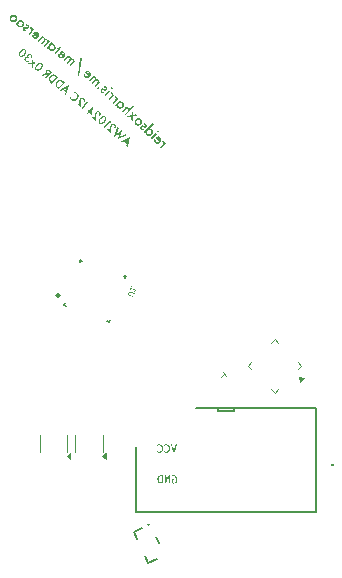
<source format=gbo>
%TF.GenerationSoftware,KiCad,Pcbnew,9.0.6-rc1-2-g790dee114b*%
%TF.CreationDate,2025-10-17T23:20:01-04:00*%
%TF.ProjectId,MetamerBoard,4d657461-6d65-4724-926f-6172642e6b69,rev?*%
%TF.SameCoordinates,Original*%
%TF.FileFunction,Legend,Bot*%
%TF.FilePolarity,Positive*%
%FSLAX45Y45*%
G04 Gerber Fmt 4.5, Leading zero omitted, Abs format (unit mm)*
G04 Created by KiCad (PCBNEW 9.0.6-rc1-2-g790dee114b) date 2025-10-17 23:20:01*
%MOMM*%
%LPD*%
G01*
G04 APERTURE LIST*
%ADD10C,0.250000*%
%ADD11C,0.200000*%
%ADD12C,0.150000*%
%ADD13C,0.190500*%
%ADD14C,0.254000*%
%ADD15C,0.100000*%
%ADD16C,0.120000*%
G04 APERTURE END LIST*
D10*
G36*
X13864686Y-8428711D02*
G01*
X13885359Y-8278914D01*
X13873380Y-8276203D01*
X13852703Y-8426004D01*
X13864686Y-8428711D01*
G37*
G36*
X13796290Y-8346099D02*
G01*
X13831802Y-8298972D01*
X13820879Y-8290741D01*
X13817594Y-8295100D01*
X13816974Y-8290727D01*
X13815543Y-8286944D01*
X13813306Y-8283634D01*
X13810184Y-8280724D01*
X13805942Y-8278238D01*
X13801722Y-8277084D01*
X13797380Y-8277146D01*
X13792751Y-8278483D01*
X13792367Y-8273432D01*
X13790829Y-8268923D01*
X13788104Y-8264810D01*
X13784017Y-8261006D01*
X13779239Y-8258178D01*
X13774590Y-8256858D01*
X13769912Y-8256883D01*
X13765026Y-8258286D01*
X13761464Y-8260328D01*
X13757682Y-8263572D01*
X13753624Y-8268303D01*
X13731685Y-8297416D01*
X13742609Y-8305648D01*
X13762184Y-8279670D01*
X13766769Y-8274243D01*
X13769525Y-8272029D01*
X13772660Y-8270777D01*
X13775700Y-8270951D01*
X13778921Y-8272618D01*
X13781146Y-8274898D01*
X13782427Y-8277635D01*
X13782805Y-8280988D01*
X13782240Y-8283942D01*
X13780429Y-8287940D01*
X13776837Y-8293342D01*
X13758526Y-8317642D01*
X13769449Y-8325873D01*
X13789025Y-8299896D01*
X13793609Y-8294469D01*
X13796366Y-8292254D01*
X13799501Y-8291003D01*
X13802540Y-8291176D01*
X13805761Y-8292844D01*
X13807984Y-8295122D01*
X13809265Y-8297858D01*
X13809645Y-8301214D01*
X13809080Y-8304168D01*
X13807270Y-8308166D01*
X13803677Y-8313568D01*
X13785366Y-8337868D01*
X13796290Y-8346099D01*
G37*
G36*
X13723966Y-8218215D02*
G01*
X13728790Y-8220022D01*
X13733574Y-8222995D01*
X13737842Y-8226859D01*
X13741030Y-8231146D01*
X13743244Y-8235915D01*
X13744514Y-8241269D01*
X13744692Y-8247814D01*
X13743595Y-8254095D01*
X13741196Y-8260233D01*
X13737375Y-8266327D01*
X13732795Y-8271441D01*
X13727889Y-8275193D01*
X13722600Y-8277742D01*
X13716829Y-8279164D01*
X13711664Y-8279369D01*
X13706602Y-8278498D01*
X13701539Y-8276507D01*
X13696389Y-8273265D01*
X13691228Y-8268693D01*
X13687584Y-8264031D01*
X13685229Y-8259228D01*
X13683966Y-8254735D01*
X13683475Y-8249893D01*
X13683799Y-8244618D01*
X13696851Y-8246372D01*
X13696687Y-8250776D01*
X13697327Y-8254812D01*
X13698539Y-8257762D01*
X13700413Y-8260416D01*
X13703030Y-8262817D01*
X13706764Y-8265052D01*
X13710281Y-8266090D01*
X13713711Y-8266095D01*
X13717663Y-8265002D01*
X13721382Y-8262872D01*
X13724947Y-8259554D01*
X13691187Y-8234114D01*
X13691658Y-8233489D01*
X13709189Y-8233489D01*
X13730987Y-8249915D01*
X13732280Y-8245450D01*
X13732178Y-8241355D01*
X13731258Y-8238054D01*
X13729481Y-8235139D01*
X13726743Y-8232527D01*
X13723630Y-8230673D01*
X13720526Y-8229740D01*
X13717339Y-8229645D01*
X13713079Y-8230803D01*
X13709189Y-8233489D01*
X13691658Y-8233489D01*
X13692201Y-8232768D01*
X13697636Y-8226543D01*
X13703010Y-8222153D01*
X13708379Y-8219299D01*
X13713836Y-8217785D01*
X13719017Y-8217473D01*
X13723966Y-8218215D01*
G37*
G36*
X13672051Y-8194249D02*
G01*
X13680477Y-8200599D01*
X13652491Y-8237739D01*
X13663414Y-8245970D01*
X13691401Y-8208830D01*
X13696082Y-8212358D01*
X13703608Y-8202371D01*
X13698927Y-8198843D01*
X13711862Y-8181678D01*
X13700938Y-8173446D01*
X13688003Y-8190612D01*
X13679577Y-8184262D01*
X13672051Y-8194249D01*
G37*
G36*
X13638268Y-8153133D02*
G01*
X13634078Y-8158693D01*
X13639094Y-8157875D01*
X13643840Y-8158230D01*
X13648451Y-8159740D01*
X13653041Y-8162515D01*
X13657375Y-8166460D01*
X13660619Y-8170887D01*
X13662873Y-8175866D01*
X13664156Y-8181511D01*
X13664310Y-8187227D01*
X13663270Y-8192886D01*
X13660971Y-8198601D01*
X13657255Y-8204469D01*
X13653038Y-8209227D01*
X13648417Y-8212926D01*
X13643345Y-8215666D01*
X13637747Y-8217492D01*
X13631968Y-8218195D01*
X13626444Y-8217606D01*
X13621036Y-8215719D01*
X13615624Y-8212404D01*
X13611780Y-8208858D01*
X13609021Y-8204898D01*
X13607241Y-8200451D01*
X13606422Y-8195393D01*
X13602755Y-8200260D01*
X13591788Y-8191996D01*
X13592959Y-8190441D01*
X13615131Y-8190441D01*
X13616248Y-8194703D01*
X13618372Y-8198329D01*
X13621587Y-8201446D01*
X13625615Y-8203705D01*
X13629785Y-8204596D01*
X13634279Y-8204175D01*
X13638587Y-8202593D01*
X13642435Y-8199998D01*
X13645904Y-8196267D01*
X13648588Y-8191828D01*
X13650045Y-8187378D01*
X13650382Y-8182806D01*
X13649550Y-8178367D01*
X13647545Y-8174602D01*
X13644264Y-8171353D01*
X13640381Y-8169129D01*
X13636298Y-8168104D01*
X13631866Y-8168234D01*
X13627640Y-8169551D01*
X13623567Y-8172238D01*
X13619549Y-8176583D01*
X13616594Y-8181484D01*
X13615197Y-8186048D01*
X13615131Y-8190441D01*
X13592959Y-8190441D01*
X13627300Y-8144869D01*
X13638268Y-8153133D01*
G37*
G36*
X13577821Y-8181471D02*
G01*
X13613334Y-8134344D01*
X13602410Y-8126113D01*
X13599125Y-8130473D01*
X13598506Y-8126099D01*
X13597075Y-8122316D01*
X13594838Y-8119006D01*
X13591716Y-8116097D01*
X13587473Y-8113610D01*
X13583253Y-8112456D01*
X13578912Y-8112518D01*
X13574283Y-8113855D01*
X13573899Y-8108804D01*
X13572361Y-8104295D01*
X13569636Y-8100182D01*
X13565548Y-8096378D01*
X13560771Y-8093551D01*
X13556122Y-8092231D01*
X13551444Y-8092255D01*
X13546557Y-8093658D01*
X13542996Y-8095701D01*
X13539214Y-8098944D01*
X13535155Y-8103676D01*
X13513217Y-8132788D01*
X13524141Y-8141020D01*
X13543716Y-8115043D01*
X13548300Y-8109616D01*
X13551057Y-8107401D01*
X13554192Y-8106149D01*
X13557232Y-8106323D01*
X13560453Y-8107990D01*
X13562678Y-8110271D01*
X13563958Y-8113008D01*
X13564337Y-8116361D01*
X13563771Y-8119315D01*
X13561961Y-8123312D01*
X13558369Y-8128714D01*
X13540058Y-8153014D01*
X13550981Y-8161246D01*
X13570556Y-8135268D01*
X13575141Y-8129841D01*
X13577897Y-8127627D01*
X13581033Y-8126375D01*
X13584072Y-8126549D01*
X13587293Y-8128216D01*
X13589515Y-8130494D01*
X13590796Y-8133231D01*
X13591177Y-8136586D01*
X13590612Y-8139540D01*
X13588801Y-8143538D01*
X13585209Y-8148940D01*
X13566898Y-8173240D01*
X13577821Y-8181471D01*
G37*
G36*
X13505498Y-8053587D02*
G01*
X13510321Y-8055395D01*
X13515106Y-8058367D01*
X13519373Y-8062231D01*
X13522561Y-8066518D01*
X13524775Y-8071287D01*
X13526045Y-8076642D01*
X13526224Y-8083186D01*
X13525127Y-8089468D01*
X13522728Y-8095606D01*
X13518907Y-8101699D01*
X13514327Y-8106814D01*
X13509420Y-8110565D01*
X13504132Y-8113115D01*
X13498361Y-8114537D01*
X13493196Y-8114741D01*
X13488133Y-8113870D01*
X13483071Y-8111880D01*
X13477920Y-8108637D01*
X13472760Y-8104065D01*
X13469116Y-8099404D01*
X13466761Y-8094600D01*
X13465497Y-8090107D01*
X13465007Y-8085265D01*
X13465331Y-8079990D01*
X13478383Y-8081744D01*
X13478218Y-8086148D01*
X13478858Y-8090184D01*
X13480070Y-8093135D01*
X13481945Y-8095788D01*
X13484562Y-8098190D01*
X13488295Y-8100424D01*
X13491813Y-8101463D01*
X13495242Y-8101467D01*
X13499195Y-8100375D01*
X13502914Y-8098244D01*
X13506479Y-8094926D01*
X13472719Y-8069486D01*
X13473190Y-8068862D01*
X13490721Y-8068862D01*
X13512519Y-8085288D01*
X13513811Y-8080823D01*
X13513710Y-8076727D01*
X13512789Y-8073426D01*
X13511013Y-8070511D01*
X13508274Y-8067899D01*
X13505162Y-8066045D01*
X13502057Y-8065112D01*
X13498870Y-8065017D01*
X13494611Y-8066176D01*
X13490721Y-8068862D01*
X13473190Y-8068862D01*
X13473733Y-8068140D01*
X13479168Y-8061916D01*
X13484542Y-8057526D01*
X13489911Y-8054672D01*
X13495368Y-8053157D01*
X13500549Y-8052845D01*
X13505498Y-8053587D01*
G37*
G36*
X13445570Y-8081813D02*
G01*
X13481083Y-8034686D01*
X13470159Y-8026455D01*
X13466929Y-8030741D01*
X13466385Y-8026787D01*
X13465317Y-8023333D01*
X13463285Y-8019979D01*
X13459806Y-8016695D01*
X13454769Y-8013805D01*
X13449489Y-8012469D01*
X13446405Y-8025864D01*
X13450132Y-8026686D01*
X13453263Y-8028402D01*
X13455828Y-8030820D01*
X13457404Y-8033366D01*
X13458144Y-8036109D01*
X13457918Y-8039644D01*
X13456357Y-8043922D01*
X13453002Y-8049223D01*
X13434647Y-8073581D01*
X13445570Y-8081813D01*
G37*
G36*
X13411977Y-7993682D02*
G01*
X13416072Y-8005232D01*
X13419697Y-8004368D01*
X13422874Y-8004724D01*
X13425816Y-8006251D01*
X13427518Y-8008041D01*
X13428245Y-8010008D01*
X13428155Y-8011700D01*
X13427392Y-8013242D01*
X13425884Y-8014450D01*
X13423798Y-8014754D01*
X13422827Y-8014642D01*
X13421135Y-8014330D01*
X13418669Y-8013879D01*
X13410972Y-8012467D01*
X13404852Y-8011705D01*
X13401074Y-8011874D01*
X13397274Y-8012929D01*
X13393954Y-8014938D01*
X13391018Y-8018005D01*
X13388453Y-8022384D01*
X13387148Y-8026964D01*
X13387043Y-8031883D01*
X13387906Y-8036089D01*
X13389672Y-8039981D01*
X13392411Y-8043639D01*
X13396273Y-8047111D01*
X13400624Y-8049814D01*
X13404742Y-8051303D01*
X13408731Y-8051743D01*
X13413026Y-8051323D01*
X13417188Y-8049977D01*
X13421299Y-8047635D01*
X13415559Y-8036635D01*
X13412055Y-8038574D01*
X13409612Y-8039180D01*
X13406566Y-8038963D01*
X13403446Y-8037348D01*
X13401109Y-8034926D01*
X13400153Y-8032404D01*
X13400272Y-8029796D01*
X13401380Y-8027518D01*
X13403161Y-8025899D01*
X13405534Y-8025029D01*
X13408437Y-8024975D01*
X13412429Y-8025660D01*
X13417898Y-8026784D01*
X13423911Y-8027682D01*
X13427422Y-8027639D01*
X13431061Y-8026708D01*
X13434146Y-8024919D01*
X13436787Y-8022202D01*
X13439207Y-8018062D01*
X13440414Y-8013759D01*
X13440469Y-8009158D01*
X13439223Y-8004381D01*
X13436584Y-8000033D01*
X13432331Y-7995992D01*
X13428832Y-7993807D01*
X13425323Y-7992465D01*
X13421744Y-7991890D01*
X13416855Y-7992136D01*
X13411977Y-7993682D01*
G37*
G36*
X13371736Y-7952288D02*
G01*
X13367547Y-7957847D01*
X13372563Y-7957030D01*
X13377309Y-7957384D01*
X13381920Y-7958894D01*
X13386510Y-7961669D01*
X13390843Y-7965614D01*
X13394087Y-7970042D01*
X13396342Y-7975020D01*
X13397625Y-7980665D01*
X13397779Y-7986381D01*
X13396739Y-7992040D01*
X13394440Y-7997755D01*
X13390723Y-8003623D01*
X13386507Y-8008382D01*
X13381885Y-8012080D01*
X13376814Y-8014820D01*
X13371215Y-8016646D01*
X13365436Y-8017349D01*
X13359913Y-8016760D01*
X13354504Y-8014874D01*
X13349092Y-8011558D01*
X13345248Y-8008012D01*
X13342490Y-8004052D01*
X13340709Y-7999605D01*
X13339891Y-7994548D01*
X13336224Y-7999414D01*
X13325256Y-7991150D01*
X13326427Y-7989596D01*
X13348600Y-7989596D01*
X13349717Y-7993857D01*
X13351840Y-7997483D01*
X13355056Y-8000600D01*
X13359084Y-8002859D01*
X13363254Y-8003751D01*
X13367748Y-8003329D01*
X13372055Y-8001747D01*
X13375904Y-7999152D01*
X13379372Y-7995421D01*
X13382056Y-7990982D01*
X13383513Y-7986532D01*
X13383850Y-7981960D01*
X13383019Y-7977521D01*
X13381014Y-7973757D01*
X13377733Y-7970507D01*
X13373850Y-7968283D01*
X13369767Y-7967258D01*
X13365334Y-7967388D01*
X13361109Y-7968706D01*
X13357036Y-7971392D01*
X13353018Y-7975738D01*
X13350062Y-7980638D01*
X13348666Y-7985202D01*
X13348600Y-7989596D01*
X13326427Y-7989596D01*
X13360769Y-7944023D01*
X13371736Y-7952288D01*
G37*
G36*
X13313762Y-7909637D02*
G01*
X13319426Y-7911834D01*
X13325017Y-7915331D01*
X13329920Y-7919742D01*
X13333592Y-7924581D01*
X13336160Y-7929908D01*
X13337669Y-7935829D01*
X13338004Y-7941911D01*
X13337104Y-7947741D01*
X13334949Y-7953440D01*
X13331418Y-7959109D01*
X13326993Y-7964005D01*
X13322127Y-7967635D01*
X13316754Y-7970130D01*
X13310762Y-7971535D01*
X13304608Y-7971764D01*
X13298752Y-7970797D01*
X13293076Y-7968622D01*
X13287487Y-7965135D01*
X13282595Y-7960723D01*
X13278939Y-7955867D01*
X13276395Y-7950504D01*
X13274920Y-7944525D01*
X13274872Y-7943551D01*
X13287841Y-7943551D01*
X13288916Y-7947868D01*
X13291214Y-7951739D01*
X13294914Y-7955280D01*
X13299337Y-7957860D01*
X13303693Y-7959004D01*
X13308142Y-7958849D01*
X13312403Y-7957470D01*
X13316377Y-7954857D01*
X13320152Y-7950795D01*
X13323284Y-7945583D01*
X13324668Y-7940863D01*
X13324594Y-7936428D01*
X13323283Y-7932131D01*
X13320980Y-7928419D01*
X13317590Y-7925187D01*
X13313549Y-7922820D01*
X13309346Y-7921629D01*
X13304854Y-7921553D01*
X13300570Y-7922705D01*
X13296415Y-7925335D01*
X13292268Y-7929783D01*
X13289405Y-7934532D01*
X13287990Y-7939073D01*
X13287841Y-7943551D01*
X13274872Y-7943551D01*
X13274618Y-7938379D01*
X13275536Y-7932526D01*
X13277684Y-7926848D01*
X13281170Y-7921245D01*
X13285647Y-7916288D01*
X13290531Y-7912646D01*
X13295887Y-7910173D01*
X13301826Y-7908820D01*
X13307933Y-7908638D01*
X13313762Y-7909637D01*
G37*
D11*
G36*
X14272787Y-9027762D02*
G01*
X14263349Y-9019844D01*
X14268740Y-9000697D01*
X14244290Y-8980181D01*
X14226629Y-8989031D01*
X14217191Y-8981113D01*
X14229799Y-8974990D01*
X14254640Y-8974990D01*
X14271969Y-8989531D01*
X14279431Y-8962696D01*
X14254640Y-8974990D01*
X14229799Y-8974990D01*
X14295166Y-8943244D01*
X14272787Y-9027762D01*
G37*
G36*
X14267588Y-8925862D02*
G01*
X14258151Y-8917943D01*
X14210896Y-8943596D01*
X14229917Y-8889565D01*
X14180522Y-8918109D01*
X14197063Y-8866684D01*
X14187625Y-8858765D01*
X14162004Y-8941226D01*
X14211034Y-8913109D01*
X14192034Y-8966424D01*
X14267588Y-8925862D01*
G37*
G36*
X14104777Y-8872910D02*
G01*
X14097945Y-8881053D01*
X14136326Y-8913259D01*
X14136731Y-8872590D01*
X14136957Y-8863901D01*
X14137378Y-8857905D01*
X14138216Y-8853347D01*
X14139547Y-8849825D01*
X14141300Y-8847135D01*
X14143666Y-8844897D01*
X14146315Y-8843429D01*
X14149321Y-8842668D01*
X14152385Y-8842739D01*
X14155466Y-8843767D01*
X14158678Y-8845903D01*
X14161298Y-8848703D01*
X14162832Y-8851700D01*
X14163409Y-8854993D01*
X14163095Y-8858362D01*
X14161948Y-8861540D01*
X14159896Y-8864613D01*
X14168390Y-8871741D01*
X14171049Y-8867658D01*
X14172835Y-8863581D01*
X14173829Y-8859458D01*
X14174064Y-8855229D01*
X14173420Y-8850586D01*
X14171803Y-8846300D01*
X14169163Y-8842275D01*
X14165360Y-8838450D01*
X14160779Y-8835201D01*
X14156344Y-8833159D01*
X14151974Y-8832166D01*
X14147576Y-8832149D01*
X14143181Y-8833021D01*
X14139251Y-8834639D01*
X14135702Y-8837016D01*
X14132481Y-8840220D01*
X14129696Y-8844406D01*
X14127691Y-8849493D01*
X14126524Y-8855671D01*
X14126141Y-8861718D01*
X14126038Y-8872780D01*
X14126103Y-8890804D01*
X14104777Y-8872910D01*
G37*
G36*
X14080922Y-8866564D02*
G01*
X14122218Y-8817349D01*
X14132172Y-8825702D01*
X14134199Y-8813527D01*
X14120189Y-8801772D01*
X14072060Y-8859129D01*
X14080922Y-8866564D01*
G37*
G36*
X14076424Y-8766401D02*
G01*
X14080689Y-8768055D01*
X14084633Y-8770712D01*
X14087932Y-8774133D01*
X14090301Y-8778045D01*
X14091796Y-8782541D01*
X14092390Y-8787762D01*
X14092039Y-8793250D01*
X14090730Y-8798877D01*
X14088381Y-8804718D01*
X14084866Y-8810840D01*
X14080014Y-8817308D01*
X14074520Y-8823172D01*
X14069123Y-8827673D01*
X14063793Y-8830986D01*
X14058483Y-8833246D01*
X14053135Y-8834544D01*
X14047890Y-8834866D01*
X14043202Y-8834174D01*
X14038939Y-8832521D01*
X14034997Y-8829866D01*
X14031696Y-8826443D01*
X14029326Y-8822530D01*
X14027830Y-8818033D01*
X14027442Y-8814619D01*
X14037601Y-8814619D01*
X14038227Y-8817607D01*
X14039494Y-8820099D01*
X14041424Y-8822199D01*
X14043827Y-8823735D01*
X14046501Y-8824550D01*
X14049552Y-8824648D01*
X14053111Y-8823933D01*
X14057266Y-8822239D01*
X14061674Y-8819496D01*
X14066402Y-8815506D01*
X14071505Y-8810022D01*
X14076063Y-8803985D01*
X14079161Y-8798639D01*
X14081052Y-8793875D01*
X14081936Y-8789581D01*
X14082022Y-8785952D01*
X14081395Y-8782965D01*
X14080128Y-8780472D01*
X14078199Y-8778372D01*
X14075796Y-8776837D01*
X14073121Y-8776022D01*
X14070070Y-8775924D01*
X14066511Y-8776638D01*
X14062436Y-8778255D01*
X14058073Y-8780944D01*
X14053346Y-8784923D01*
X14048193Y-8790460D01*
X14043678Y-8796438D01*
X14040570Y-8801787D01*
X14038634Y-8806605D01*
X14037687Y-8810990D01*
X14037601Y-8814619D01*
X14027442Y-8814619D01*
X14027236Y-8812813D01*
X14027585Y-8807319D01*
X14028888Y-8801696D01*
X14031224Y-8795871D01*
X14034719Y-8789774D01*
X14039540Y-8783346D01*
X14045066Y-8777445D01*
X14050486Y-8772920D01*
X14055830Y-8769594D01*
X14061146Y-8767328D01*
X14066492Y-8766030D01*
X14071736Y-8765709D01*
X14076424Y-8766401D01*
G37*
G36*
X13976950Y-8765650D02*
G01*
X13970117Y-8773793D01*
X14008499Y-8805999D01*
X14008904Y-8765330D01*
X14009130Y-8756641D01*
X14009551Y-8750645D01*
X14010389Y-8746087D01*
X14011720Y-8742566D01*
X14013473Y-8739876D01*
X14015839Y-8737637D01*
X14018487Y-8736169D01*
X14021494Y-8735408D01*
X14024558Y-8735479D01*
X14027638Y-8736507D01*
X14030851Y-8738643D01*
X14033470Y-8741444D01*
X14035004Y-8744440D01*
X14035582Y-8747733D01*
X14035268Y-8751102D01*
X14034121Y-8754281D01*
X14032068Y-8757354D01*
X14040563Y-8764481D01*
X14043221Y-8760398D01*
X14045008Y-8756321D01*
X14046002Y-8752198D01*
X14046236Y-8747969D01*
X14045593Y-8743326D01*
X14043976Y-8739040D01*
X14041336Y-8735015D01*
X14037532Y-8731190D01*
X14032952Y-8727941D01*
X14028517Y-8725899D01*
X14024147Y-8724906D01*
X14019748Y-8724889D01*
X14015354Y-8725761D01*
X14011424Y-8727379D01*
X14007875Y-8729756D01*
X14004654Y-8732960D01*
X14001869Y-8737146D01*
X13999864Y-8742233D01*
X13998697Y-8748412D01*
X13998314Y-8754458D01*
X13998210Y-8765520D01*
X13998275Y-8783544D01*
X13976950Y-8765650D01*
G37*
G36*
X13976039Y-8760397D02*
G01*
X13947727Y-8736640D01*
X13938684Y-8747417D01*
X13930302Y-8740384D01*
X13939345Y-8729607D01*
X13938309Y-8728737D01*
X13954359Y-8728737D01*
X13967400Y-8739680D01*
X13969917Y-8710195D01*
X13954359Y-8728737D01*
X13938309Y-8728737D01*
X13933118Y-8724382D01*
X13939951Y-8716239D01*
X13946178Y-8721464D01*
X13981938Y-8678846D01*
X13976039Y-8760397D01*
G37*
G36*
X13941090Y-8651897D02*
G01*
X13932229Y-8644462D01*
X13884200Y-8701700D01*
X13893062Y-8709135D01*
X13941090Y-8651897D01*
G37*
G36*
X13843075Y-8653316D02*
G01*
X13836243Y-8661459D01*
X13874625Y-8693665D01*
X13875030Y-8652996D01*
X13875255Y-8644307D01*
X13875676Y-8638311D01*
X13876514Y-8633753D01*
X13877846Y-8630232D01*
X13879599Y-8627542D01*
X13881964Y-8625303D01*
X13884613Y-8623835D01*
X13887620Y-8623074D01*
X13890684Y-8623145D01*
X13893764Y-8624173D01*
X13896976Y-8626309D01*
X13899596Y-8629110D01*
X13901130Y-8632106D01*
X13901707Y-8635399D01*
X13901394Y-8638768D01*
X13900246Y-8641947D01*
X13898194Y-8645020D01*
X13906688Y-8652147D01*
X13909347Y-8648064D01*
X13911134Y-8643987D01*
X13912127Y-8639864D01*
X13912362Y-8635635D01*
X13911718Y-8630992D01*
X13910102Y-8626706D01*
X13907461Y-8622681D01*
X13903658Y-8618856D01*
X13899078Y-8615608D01*
X13894642Y-8613565D01*
X13890273Y-8612572D01*
X13885874Y-8612555D01*
X13881480Y-8613427D01*
X13877549Y-8615045D01*
X13874000Y-8617422D01*
X13870780Y-8620626D01*
X13867994Y-8624812D01*
X13865990Y-8629899D01*
X13864822Y-8636078D01*
X13864439Y-8642124D01*
X13864336Y-8653186D01*
X13864401Y-8671211D01*
X13843075Y-8653316D01*
G37*
G36*
X13825007Y-8559945D02*
G01*
X13816354Y-8570258D01*
X13822442Y-8570531D01*
X13827861Y-8571751D01*
X13832733Y-8573876D01*
X13837151Y-8576926D01*
X13841337Y-8581127D01*
X13844305Y-8585598D01*
X13846191Y-8590403D01*
X13847041Y-8595644D01*
X13846835Y-8600957D01*
X13845589Y-8606077D01*
X13843257Y-8611099D01*
X13839718Y-8616097D01*
X13835569Y-8620257D01*
X13831110Y-8623301D01*
X13826284Y-8625340D01*
X13821000Y-8626413D01*
X13815617Y-8626446D01*
X13810540Y-8625407D01*
X13805660Y-8623280D01*
X13800893Y-8619962D01*
X13797147Y-8616136D01*
X13794266Y-8611682D01*
X13792213Y-8606500D01*
X13791017Y-8600452D01*
X13782292Y-8610851D01*
X13784394Y-8615850D01*
X13787091Y-8620407D01*
X13790401Y-8624567D01*
X13794364Y-8628359D01*
X13799354Y-8631987D01*
X13804484Y-8634660D01*
X13809801Y-8636448D01*
X13815365Y-8637385D01*
X13821245Y-8637460D01*
X13827617Y-8636613D01*
X13833456Y-8634820D01*
X13838854Y-8632084D01*
X13843880Y-8628355D01*
X13848580Y-8623532D01*
X13852758Y-8617760D01*
X13855727Y-8611932D01*
X13857595Y-8605987D01*
X13858417Y-8599850D01*
X13858189Y-8593431D01*
X13857125Y-8588044D01*
X13855209Y-8582921D01*
X13852404Y-8578001D01*
X13848631Y-8573239D01*
X13843774Y-8568607D01*
X13839142Y-8565192D01*
X13834495Y-8562657D01*
X13829799Y-8560923D01*
X13825007Y-8559945D01*
G37*
G36*
X13755430Y-8593649D02*
G01*
X13745993Y-8585730D01*
X13751384Y-8566583D01*
X13726934Y-8546067D01*
X13709272Y-8554918D01*
X13699835Y-8546999D01*
X13712443Y-8540876D01*
X13737284Y-8540876D01*
X13754613Y-8555417D01*
X13762074Y-8528583D01*
X13737284Y-8540876D01*
X13712443Y-8540876D01*
X13777810Y-8509131D01*
X13755430Y-8593649D01*
G37*
G36*
X13707249Y-8461851D02*
G01*
X13711617Y-8463022D01*
X13715734Y-8464778D01*
X13721735Y-8468366D01*
X13728558Y-8473562D01*
X13740578Y-8483648D01*
X13692549Y-8540886D01*
X13680702Y-8530945D01*
X13674494Y-8525221D01*
X13670127Y-8520171D01*
X13667811Y-8516598D01*
X13665883Y-8512519D01*
X13664356Y-8507868D01*
X13663255Y-8501996D01*
X13663220Y-8500535D01*
X13674449Y-8500535D01*
X13675095Y-8505451D01*
X13676436Y-8509431D01*
X13678718Y-8513506D01*
X13682095Y-8517735D01*
X13686771Y-8522161D01*
X13690521Y-8525308D01*
X13724884Y-8484355D01*
X13721135Y-8481209D01*
X13715967Y-8477364D01*
X13711212Y-8474739D01*
X13706795Y-8473148D01*
X13702637Y-8472453D01*
X13699115Y-8472520D01*
X13695399Y-8473231D01*
X13691429Y-8474654D01*
X13687719Y-8476646D01*
X13684280Y-8479265D01*
X13681085Y-8482566D01*
X13677964Y-8486954D01*
X13675876Y-8491369D01*
X13674717Y-8495870D01*
X13674449Y-8500535D01*
X13663220Y-8500535D01*
X13663123Y-8496391D01*
X13663920Y-8490973D01*
X13665654Y-8485665D01*
X13668386Y-8480402D01*
X13672223Y-8475131D01*
X13676477Y-8470728D01*
X13681095Y-8467180D01*
X13686113Y-8464422D01*
X13691486Y-8462466D01*
X13696954Y-8461421D01*
X13702584Y-8461269D01*
X13707249Y-8461851D01*
G37*
G36*
X13652047Y-8415531D02*
G01*
X13656415Y-8416702D01*
X13660532Y-8418458D01*
X13666532Y-8422046D01*
X13673356Y-8427242D01*
X13685375Y-8437327D01*
X13637347Y-8494565D01*
X13625500Y-8484624D01*
X13619292Y-8478901D01*
X13614925Y-8473851D01*
X13612609Y-8470278D01*
X13610680Y-8466199D01*
X13609154Y-8461548D01*
X13608052Y-8455676D01*
X13608018Y-8454214D01*
X13619247Y-8454214D01*
X13619892Y-8459131D01*
X13621233Y-8463110D01*
X13623516Y-8467185D01*
X13626893Y-8471415D01*
X13631569Y-8475841D01*
X13635318Y-8478987D01*
X13669682Y-8438035D01*
X13665932Y-8434889D01*
X13660765Y-8431044D01*
X13656010Y-8428419D01*
X13651593Y-8426828D01*
X13647434Y-8426133D01*
X13643913Y-8426200D01*
X13640197Y-8426911D01*
X13636226Y-8428334D01*
X13632517Y-8430326D01*
X13629077Y-8432945D01*
X13625882Y-8436246D01*
X13622762Y-8440634D01*
X13620673Y-8445048D01*
X13619515Y-8449549D01*
X13619247Y-8454214D01*
X13608018Y-8454214D01*
X13607921Y-8450071D01*
X13608718Y-8444653D01*
X13610452Y-8439345D01*
X13613184Y-8434081D01*
X13617021Y-8428811D01*
X13621275Y-8424408D01*
X13625892Y-8420860D01*
X13630911Y-8418102D01*
X13636284Y-8416146D01*
X13641752Y-8415101D01*
X13647382Y-8414948D01*
X13652047Y-8415531D01*
G37*
G36*
X13602054Y-8373107D02*
G01*
X13605681Y-8373873D01*
X13609799Y-8375541D01*
X13614521Y-8378312D01*
X13619961Y-8382438D01*
X13630173Y-8391007D01*
X13582145Y-8448245D01*
X13573284Y-8440810D01*
X13592977Y-8417340D01*
X13591443Y-8416053D01*
X13555442Y-8425839D01*
X13544904Y-8416997D01*
X13583262Y-8407427D01*
X13580666Y-8403181D01*
X13579186Y-8398788D01*
X13578927Y-8396035D01*
X13589401Y-8396035D01*
X13589764Y-8398204D01*
X13590605Y-8400245D01*
X13591913Y-8402406D01*
X13594442Y-8405541D01*
X13596591Y-8407485D01*
X13599323Y-8409777D01*
X13614480Y-8391715D01*
X13611493Y-8389209D01*
X13607133Y-8386094D01*
X13603453Y-8384445D01*
X13600284Y-8383921D01*
X13597454Y-8384329D01*
X13594815Y-8385649D01*
X13592265Y-8388034D01*
X13590504Y-8390697D01*
X13589614Y-8393360D01*
X13589401Y-8396035D01*
X13578927Y-8396035D01*
X13578750Y-8394147D01*
X13579377Y-8389534D01*
X13581089Y-8385144D01*
X13583986Y-8380877D01*
X13587230Y-8377606D01*
X13590605Y-8375278D01*
X13594153Y-8373778D01*
X13597941Y-8373051D01*
X13602054Y-8373107D01*
G37*
G36*
X13539669Y-8316010D02*
G01*
X13543934Y-8317664D01*
X13547878Y-8320321D01*
X13551177Y-8323742D01*
X13553546Y-8327653D01*
X13555041Y-8332150D01*
X13555635Y-8337371D01*
X13555284Y-8342859D01*
X13553975Y-8348486D01*
X13551626Y-8354327D01*
X13548111Y-8360449D01*
X13543259Y-8366917D01*
X13537765Y-8372781D01*
X13532368Y-8377282D01*
X13527038Y-8380595D01*
X13521728Y-8382855D01*
X13516380Y-8384153D01*
X13511135Y-8384475D01*
X13506447Y-8383783D01*
X13502184Y-8382130D01*
X13498242Y-8379475D01*
X13494941Y-8376052D01*
X13492571Y-8372139D01*
X13491075Y-8367642D01*
X13490687Y-8364228D01*
X13500846Y-8364228D01*
X13501472Y-8367216D01*
X13502739Y-8369708D01*
X13504669Y-8371808D01*
X13507072Y-8373344D01*
X13509746Y-8374159D01*
X13512797Y-8374257D01*
X13516356Y-8373542D01*
X13520511Y-8371848D01*
X13524919Y-8369105D01*
X13529647Y-8365115D01*
X13534750Y-8359631D01*
X13539308Y-8353594D01*
X13542406Y-8348248D01*
X13544297Y-8343484D01*
X13545181Y-8339190D01*
X13545267Y-8335561D01*
X13544640Y-8332574D01*
X13543373Y-8330081D01*
X13541444Y-8327981D01*
X13539041Y-8326446D01*
X13536366Y-8325631D01*
X13533315Y-8325533D01*
X13529756Y-8326247D01*
X13525681Y-8327864D01*
X13521318Y-8330553D01*
X13516591Y-8334532D01*
X13511438Y-8340069D01*
X13506923Y-8346047D01*
X13503815Y-8351396D01*
X13501879Y-8356214D01*
X13500932Y-8360599D01*
X13500846Y-8364228D01*
X13490687Y-8364228D01*
X13490481Y-8362422D01*
X13490830Y-8356928D01*
X13492133Y-8351305D01*
X13494469Y-8345480D01*
X13497964Y-8339383D01*
X13502785Y-8332955D01*
X13508311Y-8327054D01*
X13513731Y-8322529D01*
X13519075Y-8319203D01*
X13524391Y-8316937D01*
X13529737Y-8315639D01*
X13534981Y-8315318D01*
X13539669Y-8316010D01*
G37*
G36*
X13474158Y-8357633D02*
G01*
X13474636Y-8324659D01*
X13501415Y-8318880D01*
X13491461Y-8310528D01*
X13474619Y-8314397D01*
X13475419Y-8297067D01*
X13465121Y-8288426D01*
X13464510Y-8316162D01*
X13432633Y-8322789D01*
X13442758Y-8331286D01*
X13464455Y-8326510D01*
X13463863Y-8348995D01*
X13474158Y-8357633D01*
G37*
G36*
X13453730Y-8267727D02*
G01*
X13462157Y-8274798D01*
X13464477Y-8271117D01*
X13465955Y-8267392D01*
X13466658Y-8263564D01*
X13466600Y-8259563D01*
X13465762Y-8255705D01*
X13464074Y-8251978D01*
X13461448Y-8248316D01*
X13457729Y-8244677D01*
X13453601Y-8241762D01*
X13449554Y-8239922D01*
X13445517Y-8239028D01*
X13441403Y-8239025D01*
X13437758Y-8239753D01*
X13434369Y-8241197D01*
X13431173Y-8243401D01*
X13428133Y-8246465D01*
X13426004Y-8249466D01*
X13424566Y-8252520D01*
X13423758Y-8255669D01*
X13423713Y-8260323D01*
X13424842Y-8264773D01*
X13421659Y-8264022D01*
X13418527Y-8263962D01*
X13415377Y-8264585D01*
X13412025Y-8265953D01*
X13408768Y-8268183D01*
X13405562Y-8271418D01*
X13402628Y-8275581D01*
X13400739Y-8279738D01*
X13399783Y-8283956D01*
X13399722Y-8288319D01*
X13400584Y-8292633D01*
X13402423Y-8296812D01*
X13405349Y-8300934D01*
X13409545Y-8305049D01*
X13413962Y-8308184D01*
X13418181Y-8310122D01*
X13422286Y-8311031D01*
X13426372Y-8310994D01*
X13430173Y-8310204D01*
X13433854Y-8308725D01*
X13437463Y-8306504D01*
X13441034Y-8303452D01*
X13432629Y-8296400D01*
X13429871Y-8298309D01*
X13427121Y-8299481D01*
X13424328Y-8299994D01*
X13421168Y-8299760D01*
X13418151Y-8298698D01*
X13415190Y-8296726D01*
X13412820Y-8294258D01*
X13411287Y-8291598D01*
X13410499Y-8288683D01*
X13410613Y-8285240D01*
X13411809Y-8281744D01*
X13414271Y-8278062D01*
X13416896Y-8275562D01*
X13419635Y-8274066D01*
X13422566Y-8273436D01*
X13425663Y-8273667D01*
X13428823Y-8274829D01*
X13432150Y-8277084D01*
X13433875Y-8278531D01*
X13440104Y-8271107D01*
X13438896Y-8270093D01*
X13436035Y-8267161D01*
X13434365Y-8264307D01*
X13433663Y-8261449D01*
X13433806Y-8258809D01*
X13434730Y-8256173D01*
X13436552Y-8253454D01*
X13438707Y-8251415D01*
X13441041Y-8250147D01*
X13443622Y-8249566D01*
X13446211Y-8249755D01*
X13448821Y-8250706D01*
X13451534Y-8252538D01*
X13453951Y-8255051D01*
X13455367Y-8257580D01*
X13455946Y-8260200D01*
X13455497Y-8263707D01*
X13454497Y-8266464D01*
X13453730Y-8267727D01*
G37*
G36*
X13399808Y-8198652D02*
G01*
X13404073Y-8200306D01*
X13408016Y-8202963D01*
X13411316Y-8206384D01*
X13413684Y-8210296D01*
X13415180Y-8214792D01*
X13415773Y-8220013D01*
X13415422Y-8225501D01*
X13414113Y-8231128D01*
X13411765Y-8236969D01*
X13408249Y-8243092D01*
X13403397Y-8249559D01*
X13397903Y-8255423D01*
X13392507Y-8259924D01*
X13387176Y-8263237D01*
X13381866Y-8265497D01*
X13376518Y-8266795D01*
X13371274Y-8267117D01*
X13366586Y-8266425D01*
X13362322Y-8264772D01*
X13358380Y-8262117D01*
X13355079Y-8258694D01*
X13352710Y-8254781D01*
X13351214Y-8250284D01*
X13350825Y-8246871D01*
X13360984Y-8246871D01*
X13361610Y-8249858D01*
X13362877Y-8252350D01*
X13364807Y-8254450D01*
X13367210Y-8255986D01*
X13369885Y-8256801D01*
X13372935Y-8256899D01*
X13376495Y-8256184D01*
X13380649Y-8254490D01*
X13385057Y-8251747D01*
X13389785Y-8247757D01*
X13394889Y-8242273D01*
X13399447Y-8236236D01*
X13402544Y-8230890D01*
X13404435Y-8226126D01*
X13405319Y-8221832D01*
X13405405Y-8218203D01*
X13404779Y-8215216D01*
X13403512Y-8212723D01*
X13401582Y-8210624D01*
X13399179Y-8209088D01*
X13396504Y-8208273D01*
X13393454Y-8208175D01*
X13389895Y-8208890D01*
X13385820Y-8210506D01*
X13381456Y-8213196D01*
X13376729Y-8217174D01*
X13371576Y-8222711D01*
X13367061Y-8228689D01*
X13363953Y-8234039D01*
X13362017Y-8238856D01*
X13361070Y-8243241D01*
X13360984Y-8246871D01*
X13350825Y-8246871D01*
X13350620Y-8245064D01*
X13350968Y-8239570D01*
X13352271Y-8233948D01*
X13354607Y-8228122D01*
X13358103Y-8222026D01*
X13362923Y-8215597D01*
X13368449Y-8209696D01*
X13373869Y-8205171D01*
X13379214Y-8201845D01*
X13384529Y-8199579D01*
X13389875Y-8198281D01*
X13395119Y-8197960D01*
X13399808Y-8198652D01*
G37*
D12*
X15037389Y-11239359D02*
X15173389Y-11239359D01*
X15173389Y-11268359D01*
X15037389Y-11268359D01*
X15037389Y-11239359D01*
D10*
G36*
X14558695Y-9038173D02*
G01*
X14598939Y-8995017D01*
X14588936Y-8985689D01*
X14585276Y-8989614D01*
X14585148Y-8985624D01*
X14584447Y-8982078D01*
X14582776Y-8978530D01*
X14579660Y-8974901D01*
X14574953Y-8971500D01*
X14569841Y-8969619D01*
X14565374Y-8982619D01*
X14568994Y-8983825D01*
X14571929Y-8985859D01*
X14574227Y-8988532D01*
X14575529Y-8991229D01*
X14575977Y-8994034D01*
X14575383Y-8997526D01*
X14573384Y-9001617D01*
X14569493Y-9006539D01*
X14548692Y-9028845D01*
X14558695Y-9038173D01*
G37*
G36*
X14536304Y-8940420D02*
G01*
X14541148Y-8941675D01*
X14545756Y-8943977D01*
X14550204Y-8947433D01*
X14554044Y-8951722D01*
X14556767Y-8956319D01*
X14558470Y-8961293D01*
X14559173Y-8966751D01*
X14558667Y-8973279D01*
X14556919Y-8979411D01*
X14553892Y-8985264D01*
X14549455Y-8990925D01*
X14544365Y-8995533D01*
X14539094Y-8998751D01*
X14533567Y-9000734D01*
X14527680Y-9001545D01*
X14522521Y-9001208D01*
X14517578Y-8999813D01*
X14512751Y-8997304D01*
X14507968Y-8993540D01*
X14503313Y-8988455D01*
X14500177Y-8983437D01*
X14498336Y-8978415D01*
X14497549Y-8973814D01*
X14497568Y-8968947D01*
X14498442Y-8963735D01*
X14511239Y-8966844D01*
X14510615Y-8971206D01*
X14510829Y-8975287D01*
X14511726Y-8978348D01*
X14513313Y-8981183D01*
X14515665Y-8983845D01*
X14519144Y-8986457D01*
X14522534Y-8987858D01*
X14525944Y-8988221D01*
X14529990Y-8987547D01*
X14533911Y-8985817D01*
X14537803Y-8982890D01*
X14508239Y-8955321D01*
X14524856Y-8955321D01*
X14544817Y-8973936D01*
X14546569Y-8969630D01*
X14546896Y-8965547D01*
X14546326Y-8962168D01*
X14544864Y-8959083D01*
X14542414Y-8956198D01*
X14539512Y-8954030D01*
X14536522Y-8952777D01*
X14533362Y-8952350D01*
X14529005Y-8953057D01*
X14524856Y-8955321D01*
X14508239Y-8955321D01*
X14506887Y-8954061D01*
X14508036Y-8952828D01*
X14514092Y-8947206D01*
X14519895Y-8943401D01*
X14525533Y-8941124D01*
X14531119Y-8940189D01*
X14536304Y-8940420D01*
G37*
G36*
X14518843Y-8920325D02*
G01*
X14508839Y-8910997D01*
X14468595Y-8954154D01*
X14478598Y-8963482D01*
X14518843Y-8920325D01*
G37*
G36*
X14530808Y-8906679D02*
G01*
X14534091Y-8905904D01*
X14536929Y-8903795D01*
X14538838Y-8900813D01*
X14539379Y-8897488D01*
X14538604Y-8894206D01*
X14536495Y-8891368D01*
X14533517Y-8889462D01*
X14530193Y-8888922D01*
X14526909Y-8889691D01*
X14524068Y-8891802D01*
X14522163Y-8894780D01*
X14521622Y-8898113D01*
X14522393Y-8901392D01*
X14524502Y-8904229D01*
X14527480Y-8906135D01*
X14530808Y-8906679D01*
G37*
G36*
X14493999Y-8838382D02*
G01*
X14459898Y-8874951D01*
X14464994Y-8874648D01*
X14469692Y-8875489D01*
X14474131Y-8877470D01*
X14478413Y-8880712D01*
X14482314Y-8885092D01*
X14485082Y-8889838D01*
X14486806Y-8895028D01*
X14487495Y-8900778D01*
X14487053Y-8906483D01*
X14485430Y-8912005D01*
X14482548Y-8917449D01*
X14478240Y-8922897D01*
X14473549Y-8927187D01*
X14468565Y-8930381D01*
X14463232Y-8932574D01*
X14457468Y-8933800D01*
X14451646Y-8933894D01*
X14446212Y-8932728D01*
X14441026Y-8930283D01*
X14435985Y-8926416D01*
X14432513Y-8922480D01*
X14430158Y-8918265D01*
X14428817Y-8913691D01*
X14428482Y-8908640D01*
X14424172Y-8913262D01*
X14414781Y-8904506D01*
X14437773Y-8904506D01*
X14438444Y-8908865D01*
X14440183Y-8912699D01*
X14443061Y-8916141D01*
X14446838Y-8918814D01*
X14450896Y-8920141D01*
X14455412Y-8920194D01*
X14459867Y-8919076D01*
X14463969Y-8916900D01*
X14467808Y-8913553D01*
X14470940Y-8909419D01*
X14472851Y-8905143D01*
X14473660Y-8900626D01*
X14473294Y-8896121D01*
X14471689Y-8892164D01*
X14468759Y-8888583D01*
X14465124Y-8885960D01*
X14461164Y-8884508D01*
X14456737Y-8884169D01*
X14452394Y-8885035D01*
X14448061Y-8887280D01*
X14443611Y-8891181D01*
X14440160Y-8895746D01*
X14438296Y-8900140D01*
X14437773Y-8904506D01*
X14414781Y-8904506D01*
X14414169Y-8903934D01*
X14483996Y-8829054D01*
X14493999Y-8838382D01*
G37*
G36*
X14409387Y-8830346D02*
G01*
X14412253Y-8842260D01*
X14415948Y-8841781D01*
X14419070Y-8842467D01*
X14421837Y-8844293D01*
X14423342Y-8846251D01*
X14423860Y-8848283D01*
X14423594Y-8849957D01*
X14422673Y-8851410D01*
X14421047Y-8852454D01*
X14418941Y-8852538D01*
X14417987Y-8852325D01*
X14416337Y-8851838D01*
X14413932Y-8851132D01*
X14406424Y-8848923D01*
X14400418Y-8847526D01*
X14396642Y-8847298D01*
X14392753Y-8847951D01*
X14389242Y-8849602D01*
X14386001Y-8852345D01*
X14382992Y-8856432D01*
X14381215Y-8860850D01*
X14380597Y-8865732D01*
X14381015Y-8870005D01*
X14382365Y-8874059D01*
X14384707Y-8877984D01*
X14388184Y-8881841D01*
X14392229Y-8884983D01*
X14396169Y-8886895D01*
X14400090Y-8887750D01*
X14404405Y-8887781D01*
X14408685Y-8886877D01*
X14413019Y-8884978D01*
X14408460Y-8873438D01*
X14404772Y-8875000D01*
X14402279Y-8875348D01*
X14399273Y-8874814D01*
X14396339Y-8872881D01*
X14394268Y-8870228D01*
X14393580Y-8867620D01*
X14393971Y-8865039D01*
X14395312Y-8862889D01*
X14397253Y-8861465D01*
X14399703Y-8860848D01*
X14402596Y-8861097D01*
X14406494Y-8862196D01*
X14411815Y-8863886D01*
X14417702Y-8865407D01*
X14421199Y-8865731D01*
X14424915Y-8865186D01*
X14428169Y-8863729D01*
X14431080Y-8861303D01*
X14433920Y-8857439D01*
X14435570Y-8853285D01*
X14436106Y-8848716D01*
X14435366Y-8843834D01*
X14433196Y-8839235D01*
X14429389Y-8834771D01*
X14426137Y-8832232D01*
X14422787Y-8830530D01*
X14419288Y-8829585D01*
X14414400Y-8829318D01*
X14409387Y-8830346D01*
G37*
G36*
X14369034Y-8785464D02*
G01*
X14374727Y-8787067D01*
X14380130Y-8789843D01*
X14385325Y-8793906D01*
X14389740Y-8798805D01*
X14392887Y-8804001D01*
X14394883Y-8809568D01*
X14395765Y-8815614D01*
X14395463Y-8821698D01*
X14393958Y-8827401D01*
X14391219Y-8832844D01*
X14387115Y-8838114D01*
X14382202Y-8842520D01*
X14376983Y-8845621D01*
X14371379Y-8847542D01*
X14365274Y-8848312D01*
X14359129Y-8847897D01*
X14353406Y-8846323D01*
X14347989Y-8843566D01*
X14342795Y-8839514D01*
X14338390Y-8834615D01*
X14335263Y-8829404D01*
X14333293Y-8823804D01*
X14332503Y-8818085D01*
X14345403Y-8818085D01*
X14346020Y-8822491D01*
X14347902Y-8826581D01*
X14351211Y-8830489D01*
X14355340Y-8833518D01*
X14359553Y-8835111D01*
X14363994Y-8835422D01*
X14368375Y-8834495D01*
X14372600Y-8832312D01*
X14376779Y-8828667D01*
X14380440Y-8823811D01*
X14382309Y-8819262D01*
X14382699Y-8814843D01*
X14381844Y-8810433D01*
X14379942Y-8806501D01*
X14376909Y-8802931D01*
X14373137Y-8800155D01*
X14369082Y-8798531D01*
X14364622Y-8797986D01*
X14360242Y-8798684D01*
X14355834Y-8800866D01*
X14351245Y-8804856D01*
X14347901Y-8809279D01*
X14346019Y-8813648D01*
X14345403Y-8818085D01*
X14332503Y-8818085D01*
X14332451Y-8817704D01*
X14332793Y-8811559D01*
X14334318Y-8805835D01*
X14337048Y-8800412D01*
X14341101Y-8795204D01*
X14346071Y-8790743D01*
X14351309Y-8787630D01*
X14356894Y-8785732D01*
X14362942Y-8785006D01*
X14369034Y-8785464D01*
G37*
G36*
X14316288Y-8812125D02*
G01*
X14319043Y-8770995D01*
X14352848Y-8765533D01*
X14340969Y-8754456D01*
X14319693Y-8758184D01*
X14321825Y-8736603D01*
X14309535Y-8725143D01*
X14306958Y-8759726D01*
X14266732Y-8765913D01*
X14278816Y-8777182D01*
X14306213Y-8772640D01*
X14304003Y-8800669D01*
X14316288Y-8812125D01*
G37*
G36*
X14259886Y-8759529D02*
G01*
X14329714Y-8684649D01*
X14319711Y-8675321D01*
X14286700Y-8710720D01*
X14286158Y-8706253D01*
X14284806Y-8702209D01*
X14282635Y-8698499D01*
X14279569Y-8695062D01*
X14274959Y-8691519D01*
X14270468Y-8689448D01*
X14265985Y-8688637D01*
X14261369Y-8689018D01*
X14257305Y-8690494D01*
X14252702Y-8693480D01*
X14247401Y-8698427D01*
X14222732Y-8724882D01*
X14232735Y-8734210D01*
X14256547Y-8708675D01*
X14260101Y-8705407D01*
X14263026Y-8703663D01*
X14265491Y-8703023D01*
X14268150Y-8703203D01*
X14270714Y-8704180D01*
X14273274Y-8706065D01*
X14275995Y-8709396D01*
X14277304Y-8712847D01*
X14277362Y-8716589D01*
X14276404Y-8719661D01*
X14273938Y-8723805D01*
X14269293Y-8729387D01*
X14249883Y-8750201D01*
X14259886Y-8759529D01*
G37*
G36*
X14219002Y-8640720D02*
G01*
X14214255Y-8645810D01*
X14219328Y-8645522D01*
X14224011Y-8646371D01*
X14228439Y-8648355D01*
X14232714Y-8651594D01*
X14236611Y-8655971D01*
X14239375Y-8660713D01*
X14241096Y-8665900D01*
X14241783Y-8671648D01*
X14241338Y-8677348D01*
X14239712Y-8682868D01*
X14236829Y-8688311D01*
X14232519Y-8693758D01*
X14227828Y-8698050D01*
X14222846Y-8701246D01*
X14217516Y-8703440D01*
X14211757Y-8704671D01*
X14205936Y-8704766D01*
X14200505Y-8703603D01*
X14195323Y-8701162D01*
X14190287Y-8697298D01*
X14186834Y-8693370D01*
X14184505Y-8689143D01*
X14183199Y-8684534D01*
X14182914Y-8679419D01*
X14178758Y-8683876D01*
X14169674Y-8675405D01*
X14192093Y-8675405D01*
X14192758Y-8679759D01*
X14194491Y-8683588D01*
X14197363Y-8687024D01*
X14201133Y-8689692D01*
X14205187Y-8691014D01*
X14209700Y-8691065D01*
X14214150Y-8689942D01*
X14218248Y-8687763D01*
X14222088Y-8684415D01*
X14225221Y-8680281D01*
X14227135Y-8676007D01*
X14227948Y-8671496D01*
X14227586Y-8666994D01*
X14225985Y-8663041D01*
X14223061Y-8659466D01*
X14219432Y-8656849D01*
X14215478Y-8655402D01*
X14211057Y-8655068D01*
X14206717Y-8655937D01*
X14202385Y-8658183D01*
X14197935Y-8662085D01*
X14194483Y-8666649D01*
X14192618Y-8671042D01*
X14192093Y-8675405D01*
X14169674Y-8675405D01*
X14168715Y-8674510D01*
X14208959Y-8631354D01*
X14219002Y-8640720D01*
G37*
G36*
X14155925Y-8662584D02*
G01*
X14196169Y-8619427D01*
X14186166Y-8610099D01*
X14182505Y-8614025D01*
X14182378Y-8610035D01*
X14181676Y-8606489D01*
X14180006Y-8602941D01*
X14176889Y-8599311D01*
X14172183Y-8595911D01*
X14167071Y-8594029D01*
X14162604Y-8607029D01*
X14166224Y-8608236D01*
X14169159Y-8610270D01*
X14171456Y-8612943D01*
X14172759Y-8615640D01*
X14173207Y-8618445D01*
X14172613Y-8621937D01*
X14170613Y-8626028D01*
X14166723Y-8630950D01*
X14145922Y-8653256D01*
X14155925Y-8662584D01*
G37*
G36*
X14121986Y-8630935D02*
G01*
X14162230Y-8587778D01*
X14152227Y-8578450D01*
X14148566Y-8582376D01*
X14148438Y-8578386D01*
X14147737Y-8574840D01*
X14146066Y-8571292D01*
X14142950Y-8567662D01*
X14138243Y-8564262D01*
X14133131Y-8562380D01*
X14128665Y-8575381D01*
X14132285Y-8576587D01*
X14135219Y-8578621D01*
X14137517Y-8581294D01*
X14138819Y-8583991D01*
X14139268Y-8586796D01*
X14138674Y-8590288D01*
X14136674Y-8594379D01*
X14132783Y-8599301D01*
X14111982Y-8621607D01*
X14121986Y-8630935D01*
G37*
G36*
X14128290Y-8556129D02*
G01*
X14118287Y-8546801D01*
X14078043Y-8589958D01*
X14088046Y-8599286D01*
X14128290Y-8556129D01*
G37*
G36*
X14140256Y-8542483D02*
G01*
X14143539Y-8541709D01*
X14146377Y-8539599D01*
X14148286Y-8536618D01*
X14148826Y-8533293D01*
X14148052Y-8530010D01*
X14145943Y-8527172D01*
X14142965Y-8525267D01*
X14139641Y-8524727D01*
X14136357Y-8525495D01*
X14133516Y-8527606D01*
X14131611Y-8530585D01*
X14131070Y-8533917D01*
X14131841Y-8537196D01*
X14133950Y-8540033D01*
X14136928Y-8541940D01*
X14140256Y-8542483D01*
G37*
G36*
X14073066Y-8516722D02*
G01*
X14075932Y-8528636D01*
X14079628Y-8528157D01*
X14082750Y-8528843D01*
X14085516Y-8530669D01*
X14087022Y-8532627D01*
X14087539Y-8534659D01*
X14087273Y-8536333D01*
X14086352Y-8537786D01*
X14084727Y-8538830D01*
X14082620Y-8538914D01*
X14081667Y-8538701D01*
X14080016Y-8538214D01*
X14077611Y-8537508D01*
X14070103Y-8535299D01*
X14064097Y-8533901D01*
X14060322Y-8533674D01*
X14056432Y-8534327D01*
X14052921Y-8535978D01*
X14049680Y-8538721D01*
X14046671Y-8542808D01*
X14044895Y-8547226D01*
X14044276Y-8552108D01*
X14044695Y-8556381D01*
X14046045Y-8560435D01*
X14048386Y-8564360D01*
X14051863Y-8568217D01*
X14055909Y-8571359D01*
X14059848Y-8573270D01*
X14063769Y-8574126D01*
X14068084Y-8574156D01*
X14072364Y-8573253D01*
X14076698Y-8571354D01*
X14072139Y-8559814D01*
X14068452Y-8561376D01*
X14065958Y-8561724D01*
X14062953Y-8561190D01*
X14060018Y-8559257D01*
X14057947Y-8556604D01*
X14057260Y-8553996D01*
X14057650Y-8551414D01*
X14058991Y-8549265D01*
X14060932Y-8547841D01*
X14063383Y-8547224D01*
X14066275Y-8547473D01*
X14070174Y-8548572D01*
X14075495Y-8550261D01*
X14081381Y-8551783D01*
X14084878Y-8552107D01*
X14088594Y-8551562D01*
X14091849Y-8550105D01*
X14094759Y-8547679D01*
X14097599Y-8543815D01*
X14099249Y-8539661D01*
X14099785Y-8535092D01*
X14099046Y-8530210D01*
X14096876Y-8525611D01*
X14093068Y-8521147D01*
X14089816Y-8518608D01*
X14086467Y-8516906D01*
X14082968Y-8515961D01*
X14078079Y-8515694D01*
X14073066Y-8516722D01*
G37*
G36*
X14026769Y-8540933D02*
G01*
X14029961Y-8540201D01*
X14032620Y-8538249D01*
X14034381Y-8535461D01*
X14034885Y-8532230D01*
X14034156Y-8529034D01*
X14032205Y-8526374D01*
X14029416Y-8524615D01*
X14026182Y-8524113D01*
X14022990Y-8524839D01*
X14020330Y-8526789D01*
X14018570Y-8529578D01*
X14018065Y-8532817D01*
X14018794Y-8536005D01*
X14020745Y-8538664D01*
X14023534Y-8540426D01*
X14026769Y-8540933D01*
G37*
G36*
X14002734Y-8519731D02*
G01*
X14042978Y-8476574D01*
X14032975Y-8467246D01*
X14029252Y-8471238D01*
X14029093Y-8466824D01*
X14028065Y-8462912D01*
X14026186Y-8459387D01*
X14023386Y-8456167D01*
X14019426Y-8453250D01*
X14015350Y-8451662D01*
X14011026Y-8451269D01*
X14006283Y-8452115D01*
X14006429Y-8447051D01*
X14005370Y-8442407D01*
X14003090Y-8438031D01*
X13999423Y-8433821D01*
X13994966Y-8430509D01*
X13990482Y-8428711D01*
X13985826Y-8428246D01*
X13980820Y-8429131D01*
X13977065Y-8430790D01*
X13972964Y-8433620D01*
X13968433Y-8437901D01*
X13943572Y-8464562D01*
X13953575Y-8473890D01*
X13975759Y-8450101D01*
X13980885Y-8445183D01*
X13983858Y-8443269D01*
X13987107Y-8442351D01*
X13990112Y-8442842D01*
X13993141Y-8444837D01*
X13995115Y-8447337D01*
X13996103Y-8450193D01*
X13996129Y-8453567D01*
X13995258Y-8456446D01*
X13993039Y-8460233D01*
X13988902Y-8465229D01*
X13968151Y-8487482D01*
X13978154Y-8496810D01*
X14000338Y-8473021D01*
X14005464Y-8468104D01*
X14008437Y-8466189D01*
X14011686Y-8465272D01*
X14014691Y-8465762D01*
X14017720Y-8467757D01*
X14019692Y-8470255D01*
X14020680Y-8473111D01*
X14020708Y-8476488D01*
X14019837Y-8479366D01*
X14017619Y-8483153D01*
X14013481Y-8488150D01*
X13992730Y-8510403D01*
X14002734Y-8519731D01*
G37*
G36*
X13939329Y-8383732D02*
G01*
X13944174Y-8384987D01*
X13948782Y-8387289D01*
X13953229Y-8390745D01*
X13957070Y-8395034D01*
X13959792Y-8399631D01*
X13961496Y-8404606D01*
X13962199Y-8410063D01*
X13961693Y-8416591D01*
X13959945Y-8422723D01*
X13956917Y-8428577D01*
X13952480Y-8434238D01*
X13947391Y-8438845D01*
X13942119Y-8442063D01*
X13936593Y-8444046D01*
X13930705Y-8444857D01*
X13925547Y-8444520D01*
X13920603Y-8443125D01*
X13915776Y-8440616D01*
X13910993Y-8436853D01*
X13906339Y-8431767D01*
X13903202Y-8426750D01*
X13901362Y-8421727D01*
X13900575Y-8417126D01*
X13900593Y-8412260D01*
X13901467Y-8407047D01*
X13914264Y-8410156D01*
X13913640Y-8414518D01*
X13913855Y-8418599D01*
X13914752Y-8421660D01*
X13916339Y-8424495D01*
X13918690Y-8427157D01*
X13922170Y-8429770D01*
X13925560Y-8431170D01*
X13928970Y-8431533D01*
X13933015Y-8430860D01*
X13936936Y-8429129D01*
X13940828Y-8426203D01*
X13911264Y-8398633D01*
X13927881Y-8398633D01*
X13947843Y-8417248D01*
X13949595Y-8412943D01*
X13949922Y-8408859D01*
X13949352Y-8405480D01*
X13947889Y-8402395D01*
X13945439Y-8399511D01*
X13942538Y-8397342D01*
X13939548Y-8396090D01*
X13936388Y-8395662D01*
X13932030Y-8396369D01*
X13927881Y-8398633D01*
X13911264Y-8398633D01*
X13909912Y-8397373D01*
X13911062Y-8396140D01*
X13917117Y-8390518D01*
X13922921Y-8386714D01*
X13928559Y-8384437D01*
X13934144Y-8383501D01*
X13939329Y-8383732D01*
G37*
D13*
G36*
X14636987Y-11548106D02*
G01*
X14660097Y-11616000D01*
X14672590Y-11616000D01*
X14695180Y-11548106D01*
X14684720Y-11548106D01*
X14670040Y-11593872D01*
X14665876Y-11607272D01*
X14661605Y-11593872D01*
X14646874Y-11548106D01*
X14636987Y-11548106D01*
G37*
G36*
X14585005Y-11613320D02*
G01*
X14590547Y-11615307D01*
X14596239Y-11616495D01*
X14602132Y-11616894D01*
X14607947Y-11616506D01*
X14612957Y-11615408D01*
X14617286Y-11613663D01*
X14621037Y-11611295D01*
X14624284Y-11608281D01*
X14626898Y-11604782D01*
X14629016Y-11600608D01*
X14630617Y-11595649D01*
X14631645Y-11589767D01*
X14632013Y-11582807D01*
X14631762Y-11577390D01*
X14631041Y-11572483D01*
X14629882Y-11568030D01*
X14628212Y-11563751D01*
X14626179Y-11560034D01*
X14623791Y-11556816D01*
X14620968Y-11553981D01*
X14617786Y-11551620D01*
X14614211Y-11549712D01*
X14610388Y-11548345D01*
X14606207Y-11547503D01*
X14601611Y-11547213D01*
X14596969Y-11547421D01*
X14592817Y-11548018D01*
X14588829Y-11549039D01*
X14585005Y-11550489D01*
X14585005Y-11559720D01*
X14588779Y-11557923D01*
X14592659Y-11556621D01*
X14596724Y-11555827D01*
X14601299Y-11555551D01*
X14605921Y-11556011D01*
X14609968Y-11557342D01*
X14613544Y-11559526D01*
X14616551Y-11562525D01*
X14618901Y-11566214D01*
X14620716Y-11570826D01*
X14621789Y-11575923D01*
X14622172Y-11582002D01*
X14621772Y-11588713D01*
X14620675Y-11594113D01*
X14619000Y-11598433D01*
X14616812Y-11601865D01*
X14613898Y-11604731D01*
X14610396Y-11606798D01*
X14606185Y-11608095D01*
X14601090Y-11608556D01*
X14596780Y-11608298D01*
X14592710Y-11607537D01*
X14588777Y-11606314D01*
X14585005Y-11604685D01*
X14585005Y-11613320D01*
G37*
G36*
X14526417Y-11613320D02*
G01*
X14531959Y-11615307D01*
X14537650Y-11616495D01*
X14543544Y-11616894D01*
X14549359Y-11616506D01*
X14554368Y-11615408D01*
X14558698Y-11613663D01*
X14562449Y-11611295D01*
X14565696Y-11608281D01*
X14568310Y-11604782D01*
X14570428Y-11600608D01*
X14572029Y-11595649D01*
X14573057Y-11589767D01*
X14573424Y-11582807D01*
X14573174Y-11577390D01*
X14572452Y-11572483D01*
X14571293Y-11568030D01*
X14569624Y-11563751D01*
X14567591Y-11560034D01*
X14565203Y-11556816D01*
X14562379Y-11553981D01*
X14559198Y-11551620D01*
X14555623Y-11549712D01*
X14551799Y-11548345D01*
X14547619Y-11547503D01*
X14543023Y-11547213D01*
X14538380Y-11547421D01*
X14534229Y-11548018D01*
X14530241Y-11549039D01*
X14526417Y-11550489D01*
X14526417Y-11559720D01*
X14530190Y-11557923D01*
X14534071Y-11556621D01*
X14538136Y-11555827D01*
X14542711Y-11555551D01*
X14547333Y-11556011D01*
X14551379Y-11557342D01*
X14554956Y-11559526D01*
X14557963Y-11562525D01*
X14560313Y-11566214D01*
X14562127Y-11570826D01*
X14563200Y-11575923D01*
X14563584Y-11582002D01*
X14563184Y-11588713D01*
X14562087Y-11594113D01*
X14560412Y-11598433D01*
X14558224Y-11601865D01*
X14555310Y-11604731D01*
X14551807Y-11606798D01*
X14547596Y-11608095D01*
X14542502Y-11608556D01*
X14538191Y-11608298D01*
X14534122Y-11607537D01*
X14530189Y-11606314D01*
X14526417Y-11604685D01*
X14526417Y-11613320D01*
G37*
G36*
X14645521Y-11821706D02*
G01*
X14649389Y-11819940D01*
X14653333Y-11818631D01*
X14657450Y-11817820D01*
X14662076Y-11817537D01*
X14667281Y-11818040D01*
X14671707Y-11819473D01*
X14675599Y-11821808D01*
X14678812Y-11824930D01*
X14681327Y-11828748D01*
X14683237Y-11833422D01*
X14684375Y-11838544D01*
X14684773Y-11844389D01*
X14684444Y-11850481D01*
X14683526Y-11855625D01*
X14681884Y-11860292D01*
X14679622Y-11864033D01*
X14676611Y-11867063D01*
X14672829Y-11869309D01*
X14668433Y-11870652D01*
X14662909Y-11871138D01*
X14660773Y-11871035D01*
X14658484Y-11870747D01*
X14656274Y-11870300D01*
X14654371Y-11869723D01*
X14654371Y-11847911D01*
X14668269Y-11847911D01*
X14668269Y-11840168D01*
X14645210Y-11840168D01*
X14645210Y-11875051D01*
X14649714Y-11876828D01*
X14654557Y-11878136D01*
X14659475Y-11878917D01*
X14664212Y-11879178D01*
X14668821Y-11878922D01*
X14672993Y-11878183D01*
X14676784Y-11876991D01*
X14680351Y-11875283D01*
X14683512Y-11873125D01*
X14686308Y-11870500D01*
X14688676Y-11867475D01*
X14690693Y-11863930D01*
X14692347Y-11859794D01*
X14693483Y-11855473D01*
X14694202Y-11850550D01*
X14694455Y-11844942D01*
X14694179Y-11839385D01*
X14693385Y-11834398D01*
X14692115Y-11829914D01*
X14690299Y-11825628D01*
X14688102Y-11821896D01*
X14685526Y-11818658D01*
X14682514Y-11815832D01*
X14679127Y-11813493D01*
X14675323Y-11811623D01*
X14671284Y-11810295D01*
X14666919Y-11809479D01*
X14662178Y-11809199D01*
X14657665Y-11809399D01*
X14653464Y-11809981D01*
X14649403Y-11810997D01*
X14645521Y-11812475D01*
X14645521Y-11821706D01*
G37*
G36*
X14586831Y-11878284D02*
G01*
X14598905Y-11878284D01*
X14618740Y-11835920D01*
X14624467Y-11822302D01*
X14624467Y-11856556D01*
X14624467Y-11878284D01*
X14633108Y-11878284D01*
X14633108Y-11810390D01*
X14621187Y-11810390D01*
X14602292Y-11850530D01*
X14595471Y-11866075D01*
X14595471Y-11829681D01*
X14595471Y-11810390D01*
X14586831Y-11810390D01*
X14586831Y-11878284D01*
G37*
G36*
X14575040Y-11878284D02*
G01*
X14560463Y-11878284D01*
X14554147Y-11877962D01*
X14548859Y-11877065D01*
X14543976Y-11875553D01*
X14539907Y-11873608D01*
X14536322Y-11871122D01*
X14533398Y-11868234D01*
X14530993Y-11864922D01*
X14529075Y-11861246D01*
X14527649Y-11857286D01*
X14526656Y-11852936D01*
X14526094Y-11848408D01*
X14525927Y-11844216D01*
X14535636Y-11844216D01*
X14536082Y-11850932D01*
X14537306Y-11856308D01*
X14539184Y-11860591D01*
X14541659Y-11863979D01*
X14544745Y-11866613D01*
X14548531Y-11868556D01*
X14553166Y-11869798D01*
X14558848Y-11870244D01*
X14565772Y-11870244D01*
X14565772Y-11818133D01*
X14557806Y-11818133D01*
X14552393Y-11818499D01*
X14548021Y-11819510D01*
X14544183Y-11821326D01*
X14541103Y-11823953D01*
X14538754Y-11827381D01*
X14536990Y-11832003D01*
X14536005Y-11837280D01*
X14535636Y-11844216D01*
X14525927Y-11844216D01*
X14525902Y-11843584D01*
X14526278Y-11836624D01*
X14527327Y-11830803D01*
X14528953Y-11825949D01*
X14531096Y-11821913D01*
X14533737Y-11818575D01*
X14536975Y-11815781D01*
X14540851Y-11813540D01*
X14545469Y-11811855D01*
X14550965Y-11810776D01*
X14557499Y-11810390D01*
X14575040Y-11810390D01*
X14575040Y-11878284D01*
G37*
D12*
G36*
X14304128Y-10256661D02*
G01*
X14299993Y-10255501D01*
X14296188Y-10255101D01*
X14292515Y-10255425D01*
X14289211Y-10256468D01*
X14286224Y-10258214D01*
X14283536Y-10260706D01*
X14281331Y-10263807D01*
X14279494Y-10267805D01*
X14278189Y-10272421D01*
X14277821Y-10276225D01*
X14278236Y-10279792D01*
X14279356Y-10282827D01*
X14281161Y-10285484D01*
X14283658Y-10287793D01*
X14286663Y-10289676D01*
X14290345Y-10291295D01*
X14324111Y-10303584D01*
X14326607Y-10296727D01*
X14293385Y-10284635D01*
X14290578Y-10283445D01*
X14288399Y-10282189D01*
X14286593Y-10280677D01*
X14285340Y-10279005D01*
X14284563Y-10277090D01*
X14284274Y-10274886D01*
X14284497Y-10272529D01*
X14285308Y-10269656D01*
X14286525Y-10267015D01*
X14287945Y-10265056D01*
X14289560Y-10263655D01*
X14291395Y-10262732D01*
X14294140Y-10262168D01*
X14297361Y-10262330D01*
X14301213Y-10263362D01*
X14334359Y-10275427D01*
X14336854Y-10268572D01*
X14304128Y-10256661D01*
G37*
G36*
X14302102Y-10207746D02*
G01*
X14290593Y-10239368D01*
X14296762Y-10241613D01*
X14301472Y-10228672D01*
X14338488Y-10242145D01*
X14327490Y-10251795D01*
X14332321Y-10256345D01*
X14346526Y-10243370D01*
X14348685Y-10237438D01*
X14304178Y-10221239D01*
X14308271Y-10209992D01*
X14302102Y-10207746D01*
G37*
D14*
%TO.C,P1*%
X16011639Y-11721436D02*
G75*
G02*
X16006559Y-11721436I-2540J0D01*
G01*
X16006559Y-11721436D02*
G75*
G02*
X16011639Y-11721436I2540J0D01*
G01*
D15*
%TO.C,D18*%
X15106156Y-10967957D02*
X15078876Y-10938703D01*
X15092516Y-10953330D02*
X15066906Y-10977212D01*
D16*
%TO.C,U3*%
X15766053Y-10983056D02*
X15732112Y-11016997D01*
X15725748Y-10976692D01*
X15766053Y-10983056D01*
G36*
X15766053Y-10983056D02*
G01*
X15732112Y-11016997D01*
X15725748Y-10976692D01*
X15766053Y-10983056D01*
G37*
X15745547Y-10881940D02*
X15713728Y-10850120D01*
X15713728Y-10913759D02*
X15745547Y-10881940D01*
X15549679Y-10686071D02*
X15517859Y-10654251D01*
X15517859Y-11109628D02*
X15549679Y-11077808D01*
X15517859Y-10654251D02*
X15486039Y-10686071D01*
X15486039Y-11077808D02*
X15517859Y-11109628D01*
X15321990Y-10850120D02*
X15290171Y-10881940D01*
X15290171Y-10881940D02*
X15321990Y-10913759D01*
D12*
%TO.C,D17*%
X14324702Y-12290200D02*
X14352595Y-12350016D01*
X14399020Y-12255545D02*
X14324702Y-12290200D01*
X14420214Y-12495025D02*
X14448107Y-12554842D01*
X14420214Y-12495025D02*
X14448107Y-12554842D01*
X14448107Y-12554842D02*
X14420214Y-12495025D01*
X14448107Y-12554842D02*
X14522424Y-12520187D01*
X14514204Y-12329826D02*
X14539561Y-12384204D01*
X14452895Y-12227408D02*
G75*
G02*
X14446895Y-12227408I-3000J0D01*
G01*
X14446895Y-12227408D02*
G75*
G02*
X14452895Y-12227408I3000J0D01*
G01*
D11*
%TO.C,J1*%
X14343389Y-12116469D02*
X14343389Y-11569469D01*
X14343389Y-12116469D02*
X15865389Y-12116469D01*
X14851389Y-11236469D02*
X15865389Y-11236469D01*
X15865389Y-12116469D02*
X15865389Y-11236469D01*
D16*
%TO.C,U2*%
X13529389Y-11609469D02*
X13529389Y-11469469D01*
X13761389Y-11610469D02*
X13761389Y-11469469D01*
X13789389Y-11671469D02*
X13756389Y-11647469D01*
X13789389Y-11623469D01*
X13789389Y-11671469D01*
G36*
X13789389Y-11671469D02*
G01*
X13756389Y-11647469D01*
X13789389Y-11623469D01*
X13789389Y-11671469D01*
G37*
D11*
%TO.C,U1*%
X13733167Y-10370623D02*
X13739152Y-10354179D01*
X13733167Y-10370623D02*
X13749612Y-10376609D01*
X13867409Y-10001794D02*
X13873395Y-9985350D01*
X13873395Y-9985350D02*
X13889840Y-9991335D01*
X14101996Y-10504866D02*
X14118441Y-10510851D01*
X14118441Y-10510851D02*
X14124426Y-10494407D01*
X14242225Y-10119592D02*
X14258669Y-10125578D01*
X14252684Y-10142022D02*
X14258669Y-10125578D01*
D10*
X13696566Y-10286241D02*
G75*
G02*
X13671566Y-10286241I-12500J0D01*
G01*
X13671566Y-10286241D02*
G75*
G02*
X13696566Y-10286241I12500J0D01*
G01*
D16*
%TO.C,U4*%
X13829389Y-11609469D02*
X13829389Y-11469469D01*
X14061389Y-11610469D02*
X14061389Y-11469469D01*
X14089389Y-11671469D02*
X14056389Y-11647469D01*
X14089389Y-11623469D01*
X14089389Y-11671469D01*
G36*
X14089389Y-11671469D02*
G01*
X14056389Y-11647469D01*
X14089389Y-11623469D01*
X14089389Y-11671469D01*
G37*
%TD*%
M02*

</source>
